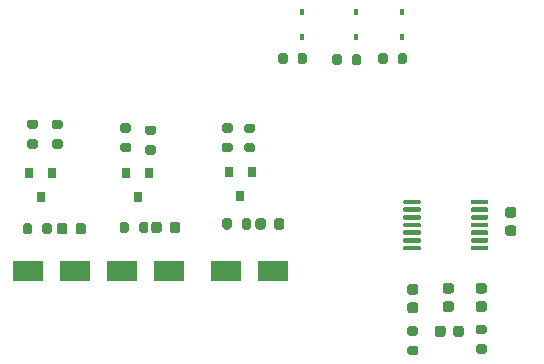
<source format=gbr>
%TF.GenerationSoftware,KiCad,Pcbnew,(5.1.10-1-10_14)*%
%TF.CreationDate,2021-09-17T20:59:11-04:00*%
%TF.ProjectId,KilnHat,4b696c6e-4861-4742-9e6b-696361645f70,rev?*%
%TF.SameCoordinates,Original*%
%TF.FileFunction,Paste,Top*%
%TF.FilePolarity,Positive*%
%FSLAX46Y46*%
G04 Gerber Fmt 4.6, Leading zero omitted, Abs format (unit mm)*
G04 Created by KiCad (PCBNEW (5.1.10-1-10_14)) date 2021-09-17 20:59:11*
%MOMM*%
%LPD*%
G01*
G04 APERTURE LIST*
%ADD10R,0.800000X0.900000*%
%ADD11R,0.450000X0.600000*%
%ADD12R,2.500000X1.800000*%
G04 APERTURE END LIST*
%TO.C,D6*%
G36*
G01*
X167650000Y-116243750D02*
X167650000Y-116756250D01*
G75*
G02*
X167431250Y-116975000I-218750J0D01*
G01*
X166993750Y-116975000D01*
G75*
G02*
X166775000Y-116756250I0J218750D01*
G01*
X166775000Y-116243750D01*
G75*
G02*
X166993750Y-116025000I218750J0D01*
G01*
X167431250Y-116025000D01*
G75*
G02*
X167650000Y-116243750I0J-218750D01*
G01*
G37*
G36*
G01*
X169225000Y-116243750D02*
X169225000Y-116756250D01*
G75*
G02*
X169006250Y-116975000I-218750J0D01*
G01*
X168568750Y-116975000D01*
G75*
G02*
X168350000Y-116756250I0J218750D01*
G01*
X168350000Y-116243750D01*
G75*
G02*
X168568750Y-116025000I218750J0D01*
G01*
X169006250Y-116025000D01*
G75*
G02*
X169225000Y-116243750I0J-218750D01*
G01*
G37*
%TD*%
%TO.C,D5*%
G36*
G01*
X158830000Y-116543750D02*
X158830000Y-117056250D01*
G75*
G02*
X158611250Y-117275000I-218750J0D01*
G01*
X158173750Y-117275000D01*
G75*
G02*
X157955000Y-117056250I0J218750D01*
G01*
X157955000Y-116543750D01*
G75*
G02*
X158173750Y-116325000I218750J0D01*
G01*
X158611250Y-116325000D01*
G75*
G02*
X158830000Y-116543750I0J-218750D01*
G01*
G37*
G36*
G01*
X160405000Y-116543750D02*
X160405000Y-117056250D01*
G75*
G02*
X160186250Y-117275000I-218750J0D01*
G01*
X159748750Y-117275000D01*
G75*
G02*
X159530000Y-117056250I0J218750D01*
G01*
X159530000Y-116543750D01*
G75*
G02*
X159748750Y-116325000I218750J0D01*
G01*
X160186250Y-116325000D01*
G75*
G02*
X160405000Y-116543750I0J-218750D01*
G01*
G37*
%TD*%
%TO.C,D4*%
G36*
G01*
X150850000Y-116643750D02*
X150850000Y-117156250D01*
G75*
G02*
X150631250Y-117375000I-218750J0D01*
G01*
X150193750Y-117375000D01*
G75*
G02*
X149975000Y-117156250I0J218750D01*
G01*
X149975000Y-116643750D01*
G75*
G02*
X150193750Y-116425000I218750J0D01*
G01*
X150631250Y-116425000D01*
G75*
G02*
X150850000Y-116643750I0J-218750D01*
G01*
G37*
G36*
G01*
X152425000Y-116643750D02*
X152425000Y-117156250D01*
G75*
G02*
X152206250Y-117375000I-218750J0D01*
G01*
X151768750Y-117375000D01*
G75*
G02*
X151550000Y-117156250I0J218750D01*
G01*
X151550000Y-116643750D01*
G75*
G02*
X151768750Y-116425000I218750J0D01*
G01*
X152206250Y-116425000D01*
G75*
G02*
X152425000Y-116643750I0J-218750D01*
G01*
G37*
%TD*%
%TO.C,U1*%
G36*
G01*
X180775000Y-118450000D02*
X180775000Y-118650000D01*
G75*
G02*
X180675000Y-118750000I-100000J0D01*
G01*
X179400000Y-118750000D01*
G75*
G02*
X179300000Y-118650000I0J100000D01*
G01*
X179300000Y-118450000D01*
G75*
G02*
X179400000Y-118350000I100000J0D01*
G01*
X180675000Y-118350000D01*
G75*
G02*
X180775000Y-118450000I0J-100000D01*
G01*
G37*
G36*
G01*
X180775000Y-117800000D02*
X180775000Y-118000000D01*
G75*
G02*
X180675000Y-118100000I-100000J0D01*
G01*
X179400000Y-118100000D01*
G75*
G02*
X179300000Y-118000000I0J100000D01*
G01*
X179300000Y-117800000D01*
G75*
G02*
X179400000Y-117700000I100000J0D01*
G01*
X180675000Y-117700000D01*
G75*
G02*
X180775000Y-117800000I0J-100000D01*
G01*
G37*
G36*
G01*
X180775000Y-117150000D02*
X180775000Y-117350000D01*
G75*
G02*
X180675000Y-117450000I-100000J0D01*
G01*
X179400000Y-117450000D01*
G75*
G02*
X179300000Y-117350000I0J100000D01*
G01*
X179300000Y-117150000D01*
G75*
G02*
X179400000Y-117050000I100000J0D01*
G01*
X180675000Y-117050000D01*
G75*
G02*
X180775000Y-117150000I0J-100000D01*
G01*
G37*
G36*
G01*
X180775000Y-116500000D02*
X180775000Y-116700000D01*
G75*
G02*
X180675000Y-116800000I-100000J0D01*
G01*
X179400000Y-116800000D01*
G75*
G02*
X179300000Y-116700000I0J100000D01*
G01*
X179300000Y-116500000D01*
G75*
G02*
X179400000Y-116400000I100000J0D01*
G01*
X180675000Y-116400000D01*
G75*
G02*
X180775000Y-116500000I0J-100000D01*
G01*
G37*
G36*
G01*
X180775000Y-115850000D02*
X180775000Y-116050000D01*
G75*
G02*
X180675000Y-116150000I-100000J0D01*
G01*
X179400000Y-116150000D01*
G75*
G02*
X179300000Y-116050000I0J100000D01*
G01*
X179300000Y-115850000D01*
G75*
G02*
X179400000Y-115750000I100000J0D01*
G01*
X180675000Y-115750000D01*
G75*
G02*
X180775000Y-115850000I0J-100000D01*
G01*
G37*
G36*
G01*
X180775000Y-115200000D02*
X180775000Y-115400000D01*
G75*
G02*
X180675000Y-115500000I-100000J0D01*
G01*
X179400000Y-115500000D01*
G75*
G02*
X179300000Y-115400000I0J100000D01*
G01*
X179300000Y-115200000D01*
G75*
G02*
X179400000Y-115100000I100000J0D01*
G01*
X180675000Y-115100000D01*
G75*
G02*
X180775000Y-115200000I0J-100000D01*
G01*
G37*
G36*
G01*
X180775000Y-114550000D02*
X180775000Y-114750000D01*
G75*
G02*
X180675000Y-114850000I-100000J0D01*
G01*
X179400000Y-114850000D01*
G75*
G02*
X179300000Y-114750000I0J100000D01*
G01*
X179300000Y-114550000D01*
G75*
G02*
X179400000Y-114450000I100000J0D01*
G01*
X180675000Y-114450000D01*
G75*
G02*
X180775000Y-114550000I0J-100000D01*
G01*
G37*
G36*
G01*
X186500000Y-114550000D02*
X186500000Y-114750000D01*
G75*
G02*
X186400000Y-114850000I-100000J0D01*
G01*
X185125000Y-114850000D01*
G75*
G02*
X185025000Y-114750000I0J100000D01*
G01*
X185025000Y-114550000D01*
G75*
G02*
X185125000Y-114450000I100000J0D01*
G01*
X186400000Y-114450000D01*
G75*
G02*
X186500000Y-114550000I0J-100000D01*
G01*
G37*
G36*
G01*
X186500000Y-115200000D02*
X186500000Y-115400000D01*
G75*
G02*
X186400000Y-115500000I-100000J0D01*
G01*
X185125000Y-115500000D01*
G75*
G02*
X185025000Y-115400000I0J100000D01*
G01*
X185025000Y-115200000D01*
G75*
G02*
X185125000Y-115100000I100000J0D01*
G01*
X186400000Y-115100000D01*
G75*
G02*
X186500000Y-115200000I0J-100000D01*
G01*
G37*
G36*
G01*
X186500000Y-115850000D02*
X186500000Y-116050000D01*
G75*
G02*
X186400000Y-116150000I-100000J0D01*
G01*
X185125000Y-116150000D01*
G75*
G02*
X185025000Y-116050000I0J100000D01*
G01*
X185025000Y-115850000D01*
G75*
G02*
X185125000Y-115750000I100000J0D01*
G01*
X186400000Y-115750000D01*
G75*
G02*
X186500000Y-115850000I0J-100000D01*
G01*
G37*
G36*
G01*
X186500000Y-116500000D02*
X186500000Y-116700000D01*
G75*
G02*
X186400000Y-116800000I-100000J0D01*
G01*
X185125000Y-116800000D01*
G75*
G02*
X185025000Y-116700000I0J100000D01*
G01*
X185025000Y-116500000D01*
G75*
G02*
X185125000Y-116400000I100000J0D01*
G01*
X186400000Y-116400000D01*
G75*
G02*
X186500000Y-116500000I0J-100000D01*
G01*
G37*
G36*
G01*
X186500000Y-117150000D02*
X186500000Y-117350000D01*
G75*
G02*
X186400000Y-117450000I-100000J0D01*
G01*
X185125000Y-117450000D01*
G75*
G02*
X185025000Y-117350000I0J100000D01*
G01*
X185025000Y-117150000D01*
G75*
G02*
X185125000Y-117050000I100000J0D01*
G01*
X186400000Y-117050000D01*
G75*
G02*
X186500000Y-117150000I0J-100000D01*
G01*
G37*
G36*
G01*
X186500000Y-117800000D02*
X186500000Y-118000000D01*
G75*
G02*
X186400000Y-118100000I-100000J0D01*
G01*
X185125000Y-118100000D01*
G75*
G02*
X185025000Y-118000000I0J100000D01*
G01*
X185025000Y-117800000D01*
G75*
G02*
X185125000Y-117700000I100000J0D01*
G01*
X186400000Y-117700000D01*
G75*
G02*
X186500000Y-117800000I0J-100000D01*
G01*
G37*
G36*
G01*
X186500000Y-118450000D02*
X186500000Y-118650000D01*
G75*
G02*
X186400000Y-118750000I-100000J0D01*
G01*
X185125000Y-118750000D01*
G75*
G02*
X185025000Y-118650000I0J100000D01*
G01*
X185025000Y-118450000D01*
G75*
G02*
X185125000Y-118350000I100000J0D01*
G01*
X186400000Y-118350000D01*
G75*
G02*
X186500000Y-118450000I0J-100000D01*
G01*
G37*
%TD*%
%TO.C,R14*%
G36*
G01*
X169500000Y-102225000D02*
X169500000Y-102775000D01*
G75*
G02*
X169300000Y-102975000I-200000J0D01*
G01*
X168900000Y-102975000D01*
G75*
G02*
X168700000Y-102775000I0J200000D01*
G01*
X168700000Y-102225000D01*
G75*
G02*
X168900000Y-102025000I200000J0D01*
G01*
X169300000Y-102025000D01*
G75*
G02*
X169500000Y-102225000I0J-200000D01*
G01*
G37*
G36*
G01*
X171150000Y-102225000D02*
X171150000Y-102775000D01*
G75*
G02*
X170950000Y-102975000I-200000J0D01*
G01*
X170550000Y-102975000D01*
G75*
G02*
X170350000Y-102775000I0J200000D01*
G01*
X170350000Y-102225000D01*
G75*
G02*
X170550000Y-102025000I200000J0D01*
G01*
X170950000Y-102025000D01*
G75*
G02*
X171150000Y-102225000I0J-200000D01*
G01*
G37*
%TD*%
%TO.C,R13*%
G36*
G01*
X174100000Y-102325000D02*
X174100000Y-102875000D01*
G75*
G02*
X173900000Y-103075000I-200000J0D01*
G01*
X173500000Y-103075000D01*
G75*
G02*
X173300000Y-102875000I0J200000D01*
G01*
X173300000Y-102325000D01*
G75*
G02*
X173500000Y-102125000I200000J0D01*
G01*
X173900000Y-102125000D01*
G75*
G02*
X174100000Y-102325000I0J-200000D01*
G01*
G37*
G36*
G01*
X175750000Y-102325000D02*
X175750000Y-102875000D01*
G75*
G02*
X175550000Y-103075000I-200000J0D01*
G01*
X175150000Y-103075000D01*
G75*
G02*
X174950000Y-102875000I0J200000D01*
G01*
X174950000Y-102325000D01*
G75*
G02*
X175150000Y-102125000I200000J0D01*
G01*
X175550000Y-102125000D01*
G75*
G02*
X175750000Y-102325000I0J-200000D01*
G01*
G37*
%TD*%
%TO.C,R12*%
G36*
G01*
X177975000Y-102225000D02*
X177975000Y-102775000D01*
G75*
G02*
X177775000Y-102975000I-200000J0D01*
G01*
X177375000Y-102975000D01*
G75*
G02*
X177175000Y-102775000I0J200000D01*
G01*
X177175000Y-102225000D01*
G75*
G02*
X177375000Y-102025000I200000J0D01*
G01*
X177775000Y-102025000D01*
G75*
G02*
X177975000Y-102225000I0J-200000D01*
G01*
G37*
G36*
G01*
X179625000Y-102225000D02*
X179625000Y-102775000D01*
G75*
G02*
X179425000Y-102975000I-200000J0D01*
G01*
X179025000Y-102975000D01*
G75*
G02*
X178825000Y-102775000I0J200000D01*
G01*
X178825000Y-102225000D01*
G75*
G02*
X179025000Y-102025000I200000J0D01*
G01*
X179425000Y-102025000D01*
G75*
G02*
X179625000Y-102225000I0J-200000D01*
G01*
G37*
%TD*%
%TO.C,R11*%
G36*
G01*
X179825000Y-126825000D02*
X180375000Y-126825000D01*
G75*
G02*
X180575000Y-127025000I0J-200000D01*
G01*
X180575000Y-127425000D01*
G75*
G02*
X180375000Y-127625000I-200000J0D01*
G01*
X179825000Y-127625000D01*
G75*
G02*
X179625000Y-127425000I0J200000D01*
G01*
X179625000Y-127025000D01*
G75*
G02*
X179825000Y-126825000I200000J0D01*
G01*
G37*
G36*
G01*
X179825000Y-125175000D02*
X180375000Y-125175000D01*
G75*
G02*
X180575000Y-125375000I0J-200000D01*
G01*
X180575000Y-125775000D01*
G75*
G02*
X180375000Y-125975000I-200000J0D01*
G01*
X179825000Y-125975000D01*
G75*
G02*
X179625000Y-125775000I0J200000D01*
G01*
X179625000Y-125375000D01*
G75*
G02*
X179825000Y-125175000I200000J0D01*
G01*
G37*
%TD*%
%TO.C,R10*%
G36*
G01*
X185625000Y-126700000D02*
X186175000Y-126700000D01*
G75*
G02*
X186375000Y-126900000I0J-200000D01*
G01*
X186375000Y-127300000D01*
G75*
G02*
X186175000Y-127500000I-200000J0D01*
G01*
X185625000Y-127500000D01*
G75*
G02*
X185425000Y-127300000I0J200000D01*
G01*
X185425000Y-126900000D01*
G75*
G02*
X185625000Y-126700000I200000J0D01*
G01*
G37*
G36*
G01*
X185625000Y-125050000D02*
X186175000Y-125050000D01*
G75*
G02*
X186375000Y-125250000I0J-200000D01*
G01*
X186375000Y-125650000D01*
G75*
G02*
X186175000Y-125850000I-200000J0D01*
G01*
X185625000Y-125850000D01*
G75*
G02*
X185425000Y-125650000I0J200000D01*
G01*
X185425000Y-125250000D01*
G75*
G02*
X185625000Y-125050000I200000J0D01*
G01*
G37*
%TD*%
%TO.C,R9*%
G36*
G01*
X164675000Y-108775000D02*
X164125000Y-108775000D01*
G75*
G02*
X163925000Y-108575000I0J200000D01*
G01*
X163925000Y-108175000D01*
G75*
G02*
X164125000Y-107975000I200000J0D01*
G01*
X164675000Y-107975000D01*
G75*
G02*
X164875000Y-108175000I0J-200000D01*
G01*
X164875000Y-108575000D01*
G75*
G02*
X164675000Y-108775000I-200000J0D01*
G01*
G37*
G36*
G01*
X164675000Y-110425000D02*
X164125000Y-110425000D01*
G75*
G02*
X163925000Y-110225000I0J200000D01*
G01*
X163925000Y-109825000D01*
G75*
G02*
X164125000Y-109625000I200000J0D01*
G01*
X164675000Y-109625000D01*
G75*
G02*
X164875000Y-109825000I0J-200000D01*
G01*
X164875000Y-110225000D01*
G75*
G02*
X164675000Y-110425000I-200000J0D01*
G01*
G37*
%TD*%
%TO.C,R8*%
G36*
G01*
X156075000Y-108775000D02*
X155525000Y-108775000D01*
G75*
G02*
X155325000Y-108575000I0J200000D01*
G01*
X155325000Y-108175000D01*
G75*
G02*
X155525000Y-107975000I200000J0D01*
G01*
X156075000Y-107975000D01*
G75*
G02*
X156275000Y-108175000I0J-200000D01*
G01*
X156275000Y-108575000D01*
G75*
G02*
X156075000Y-108775000I-200000J0D01*
G01*
G37*
G36*
G01*
X156075000Y-110425000D02*
X155525000Y-110425000D01*
G75*
G02*
X155325000Y-110225000I0J200000D01*
G01*
X155325000Y-109825000D01*
G75*
G02*
X155525000Y-109625000I200000J0D01*
G01*
X156075000Y-109625000D01*
G75*
G02*
X156275000Y-109825000I0J-200000D01*
G01*
X156275000Y-110225000D01*
G75*
G02*
X156075000Y-110425000I-200000J0D01*
G01*
G37*
%TD*%
%TO.C,R7*%
G36*
G01*
X148175000Y-108475000D02*
X147625000Y-108475000D01*
G75*
G02*
X147425000Y-108275000I0J200000D01*
G01*
X147425000Y-107875000D01*
G75*
G02*
X147625000Y-107675000I200000J0D01*
G01*
X148175000Y-107675000D01*
G75*
G02*
X148375000Y-107875000I0J-200000D01*
G01*
X148375000Y-108275000D01*
G75*
G02*
X148175000Y-108475000I-200000J0D01*
G01*
G37*
G36*
G01*
X148175000Y-110125000D02*
X147625000Y-110125000D01*
G75*
G02*
X147425000Y-109925000I0J200000D01*
G01*
X147425000Y-109525000D01*
G75*
G02*
X147625000Y-109325000I200000J0D01*
G01*
X148175000Y-109325000D01*
G75*
G02*
X148375000Y-109525000I0J-200000D01*
G01*
X148375000Y-109925000D01*
G75*
G02*
X148175000Y-110125000I-200000J0D01*
G01*
G37*
%TD*%
%TO.C,R6*%
G36*
G01*
X166025000Y-109650000D02*
X166575000Y-109650000D01*
G75*
G02*
X166775000Y-109850000I0J-200000D01*
G01*
X166775000Y-110250000D01*
G75*
G02*
X166575000Y-110450000I-200000J0D01*
G01*
X166025000Y-110450000D01*
G75*
G02*
X165825000Y-110250000I0J200000D01*
G01*
X165825000Y-109850000D01*
G75*
G02*
X166025000Y-109650000I200000J0D01*
G01*
G37*
G36*
G01*
X166025000Y-108000000D02*
X166575000Y-108000000D01*
G75*
G02*
X166775000Y-108200000I0J-200000D01*
G01*
X166775000Y-108600000D01*
G75*
G02*
X166575000Y-108800000I-200000J0D01*
G01*
X166025000Y-108800000D01*
G75*
G02*
X165825000Y-108600000I0J200000D01*
G01*
X165825000Y-108200000D01*
G75*
G02*
X166025000Y-108000000I200000J0D01*
G01*
G37*
%TD*%
%TO.C,R5*%
G36*
G01*
X157625000Y-109825000D02*
X158175000Y-109825000D01*
G75*
G02*
X158375000Y-110025000I0J-200000D01*
G01*
X158375000Y-110425000D01*
G75*
G02*
X158175000Y-110625000I-200000J0D01*
G01*
X157625000Y-110625000D01*
G75*
G02*
X157425000Y-110425000I0J200000D01*
G01*
X157425000Y-110025000D01*
G75*
G02*
X157625000Y-109825000I200000J0D01*
G01*
G37*
G36*
G01*
X157625000Y-108175000D02*
X158175000Y-108175000D01*
G75*
G02*
X158375000Y-108375000I0J-200000D01*
G01*
X158375000Y-108775000D01*
G75*
G02*
X158175000Y-108975000I-200000J0D01*
G01*
X157625000Y-108975000D01*
G75*
G02*
X157425000Y-108775000I0J200000D01*
G01*
X157425000Y-108375000D01*
G75*
G02*
X157625000Y-108175000I200000J0D01*
G01*
G37*
%TD*%
%TO.C,R4*%
G36*
G01*
X149725000Y-109325000D02*
X150275000Y-109325000D01*
G75*
G02*
X150475000Y-109525000I0J-200000D01*
G01*
X150475000Y-109925000D01*
G75*
G02*
X150275000Y-110125000I-200000J0D01*
G01*
X149725000Y-110125000D01*
G75*
G02*
X149525000Y-109925000I0J200000D01*
G01*
X149525000Y-109525000D01*
G75*
G02*
X149725000Y-109325000I200000J0D01*
G01*
G37*
G36*
G01*
X149725000Y-107675000D02*
X150275000Y-107675000D01*
G75*
G02*
X150475000Y-107875000I0J-200000D01*
G01*
X150475000Y-108275000D01*
G75*
G02*
X150275000Y-108475000I-200000J0D01*
G01*
X149725000Y-108475000D01*
G75*
G02*
X149525000Y-108275000I0J200000D01*
G01*
X149525000Y-107875000D01*
G75*
G02*
X149725000Y-107675000I200000J0D01*
G01*
G37*
%TD*%
%TO.C,R3*%
G36*
G01*
X164775000Y-116225000D02*
X164775000Y-116775000D01*
G75*
G02*
X164575000Y-116975000I-200000J0D01*
G01*
X164175000Y-116975000D01*
G75*
G02*
X163975000Y-116775000I0J200000D01*
G01*
X163975000Y-116225000D01*
G75*
G02*
X164175000Y-116025000I200000J0D01*
G01*
X164575000Y-116025000D01*
G75*
G02*
X164775000Y-116225000I0J-200000D01*
G01*
G37*
G36*
G01*
X166425000Y-116225000D02*
X166425000Y-116775000D01*
G75*
G02*
X166225000Y-116975000I-200000J0D01*
G01*
X165825000Y-116975000D01*
G75*
G02*
X165625000Y-116775000I0J200000D01*
G01*
X165625000Y-116225000D01*
G75*
G02*
X165825000Y-116025000I200000J0D01*
G01*
X166225000Y-116025000D01*
G75*
G02*
X166425000Y-116225000I0J-200000D01*
G01*
G37*
%TD*%
%TO.C,R2*%
G36*
G01*
X156075000Y-116525000D02*
X156075000Y-117075000D01*
G75*
G02*
X155875000Y-117275000I-200000J0D01*
G01*
X155475000Y-117275000D01*
G75*
G02*
X155275000Y-117075000I0J200000D01*
G01*
X155275000Y-116525000D01*
G75*
G02*
X155475000Y-116325000I200000J0D01*
G01*
X155875000Y-116325000D01*
G75*
G02*
X156075000Y-116525000I0J-200000D01*
G01*
G37*
G36*
G01*
X157725000Y-116525000D02*
X157725000Y-117075000D01*
G75*
G02*
X157525000Y-117275000I-200000J0D01*
G01*
X157125000Y-117275000D01*
G75*
G02*
X156925000Y-117075000I0J200000D01*
G01*
X156925000Y-116525000D01*
G75*
G02*
X157125000Y-116325000I200000J0D01*
G01*
X157525000Y-116325000D01*
G75*
G02*
X157725000Y-116525000I0J-200000D01*
G01*
G37*
%TD*%
%TO.C,R1*%
G36*
G01*
X147875000Y-116625000D02*
X147875000Y-117175000D01*
G75*
G02*
X147675000Y-117375000I-200000J0D01*
G01*
X147275000Y-117375000D01*
G75*
G02*
X147075000Y-117175000I0J200000D01*
G01*
X147075000Y-116625000D01*
G75*
G02*
X147275000Y-116425000I200000J0D01*
G01*
X147675000Y-116425000D01*
G75*
G02*
X147875000Y-116625000I0J-200000D01*
G01*
G37*
G36*
G01*
X149525000Y-116625000D02*
X149525000Y-117175000D01*
G75*
G02*
X149325000Y-117375000I-200000J0D01*
G01*
X148925000Y-117375000D01*
G75*
G02*
X148725000Y-117175000I0J200000D01*
G01*
X148725000Y-116625000D01*
G75*
G02*
X148925000Y-116425000I200000J0D01*
G01*
X149325000Y-116425000D01*
G75*
G02*
X149525000Y-116625000I0J-200000D01*
G01*
G37*
%TD*%
D10*
%TO.C,Q3*%
X165500000Y-114100000D03*
X164550000Y-112100000D03*
X166450000Y-112100000D03*
%TD*%
%TO.C,Q2*%
X156800000Y-114200000D03*
X155850000Y-112200000D03*
X157750000Y-112200000D03*
%TD*%
%TO.C,Q1*%
X148600000Y-114200000D03*
X147650000Y-112200000D03*
X149550000Y-112200000D03*
%TD*%
D11*
%TO.C,D9*%
X175300000Y-100650000D03*
X175300000Y-98550000D03*
%TD*%
%TO.C,D8*%
X170700000Y-100650000D03*
X170700000Y-98550000D03*
%TD*%
%TO.C,D7*%
X179200000Y-100650000D03*
X179200000Y-98550000D03*
%TD*%
D12*
%TO.C,D3*%
X168300000Y-120500000D03*
X164300000Y-120500000D03*
%TD*%
%TO.C,D2*%
X159500000Y-120500000D03*
X155500000Y-120500000D03*
%TD*%
%TO.C,D1*%
X151500000Y-120500000D03*
X147500000Y-120500000D03*
%TD*%
%TO.C,C5*%
G36*
G01*
X188150000Y-116625000D02*
X188650000Y-116625000D01*
G75*
G02*
X188875000Y-116850000I0J-225000D01*
G01*
X188875000Y-117300000D01*
G75*
G02*
X188650000Y-117525000I-225000J0D01*
G01*
X188150000Y-117525000D01*
G75*
G02*
X187925000Y-117300000I0J225000D01*
G01*
X187925000Y-116850000D01*
G75*
G02*
X188150000Y-116625000I225000J0D01*
G01*
G37*
G36*
G01*
X188150000Y-115075000D02*
X188650000Y-115075000D01*
G75*
G02*
X188875000Y-115300000I0J-225000D01*
G01*
X188875000Y-115750000D01*
G75*
G02*
X188650000Y-115975000I-225000J0D01*
G01*
X188150000Y-115975000D01*
G75*
G02*
X187925000Y-115750000I0J225000D01*
G01*
X187925000Y-115300000D01*
G75*
G02*
X188150000Y-115075000I225000J0D01*
G01*
G37*
%TD*%
%TO.C,C4*%
G36*
G01*
X182850000Y-123050000D02*
X183350000Y-123050000D01*
G75*
G02*
X183575000Y-123275000I0J-225000D01*
G01*
X183575000Y-123725000D01*
G75*
G02*
X183350000Y-123950000I-225000J0D01*
G01*
X182850000Y-123950000D01*
G75*
G02*
X182625000Y-123725000I0J225000D01*
G01*
X182625000Y-123275000D01*
G75*
G02*
X182850000Y-123050000I225000J0D01*
G01*
G37*
G36*
G01*
X182850000Y-121500000D02*
X183350000Y-121500000D01*
G75*
G02*
X183575000Y-121725000I0J-225000D01*
G01*
X183575000Y-122175000D01*
G75*
G02*
X183350000Y-122400000I-225000J0D01*
G01*
X182850000Y-122400000D01*
G75*
G02*
X182625000Y-122175000I0J225000D01*
G01*
X182625000Y-121725000D01*
G75*
G02*
X182850000Y-121500000I225000J0D01*
G01*
G37*
%TD*%
%TO.C,C3*%
G36*
G01*
X179850000Y-123150000D02*
X180350000Y-123150000D01*
G75*
G02*
X180575000Y-123375000I0J-225000D01*
G01*
X180575000Y-123825000D01*
G75*
G02*
X180350000Y-124050000I-225000J0D01*
G01*
X179850000Y-124050000D01*
G75*
G02*
X179625000Y-123825000I0J225000D01*
G01*
X179625000Y-123375000D01*
G75*
G02*
X179850000Y-123150000I225000J0D01*
G01*
G37*
G36*
G01*
X179850000Y-121600000D02*
X180350000Y-121600000D01*
G75*
G02*
X180575000Y-121825000I0J-225000D01*
G01*
X180575000Y-122275000D01*
G75*
G02*
X180350000Y-122500000I-225000J0D01*
G01*
X179850000Y-122500000D01*
G75*
G02*
X179625000Y-122275000I0J225000D01*
G01*
X179625000Y-121825000D01*
G75*
G02*
X179850000Y-121600000I225000J0D01*
G01*
G37*
%TD*%
%TO.C,C2*%
G36*
G01*
X182875000Y-125350000D02*
X182875000Y-125850000D01*
G75*
G02*
X182650000Y-126075000I-225000J0D01*
G01*
X182200000Y-126075000D01*
G75*
G02*
X181975000Y-125850000I0J225000D01*
G01*
X181975000Y-125350000D01*
G75*
G02*
X182200000Y-125125000I225000J0D01*
G01*
X182650000Y-125125000D01*
G75*
G02*
X182875000Y-125350000I0J-225000D01*
G01*
G37*
G36*
G01*
X184425000Y-125350000D02*
X184425000Y-125850000D01*
G75*
G02*
X184200000Y-126075000I-225000J0D01*
G01*
X183750000Y-126075000D01*
G75*
G02*
X183525000Y-125850000I0J225000D01*
G01*
X183525000Y-125350000D01*
G75*
G02*
X183750000Y-125125000I225000J0D01*
G01*
X184200000Y-125125000D01*
G75*
G02*
X184425000Y-125350000I0J-225000D01*
G01*
G37*
%TD*%
%TO.C,C1*%
G36*
G01*
X185650000Y-123050000D02*
X186150000Y-123050000D01*
G75*
G02*
X186375000Y-123275000I0J-225000D01*
G01*
X186375000Y-123725000D01*
G75*
G02*
X186150000Y-123950000I-225000J0D01*
G01*
X185650000Y-123950000D01*
G75*
G02*
X185425000Y-123725000I0J225000D01*
G01*
X185425000Y-123275000D01*
G75*
G02*
X185650000Y-123050000I225000J0D01*
G01*
G37*
G36*
G01*
X185650000Y-121500000D02*
X186150000Y-121500000D01*
G75*
G02*
X186375000Y-121725000I0J-225000D01*
G01*
X186375000Y-122175000D01*
G75*
G02*
X186150000Y-122400000I-225000J0D01*
G01*
X185650000Y-122400000D01*
G75*
G02*
X185425000Y-122175000I0J225000D01*
G01*
X185425000Y-121725000D01*
G75*
G02*
X185650000Y-121500000I225000J0D01*
G01*
G37*
%TD*%
M02*

</source>
